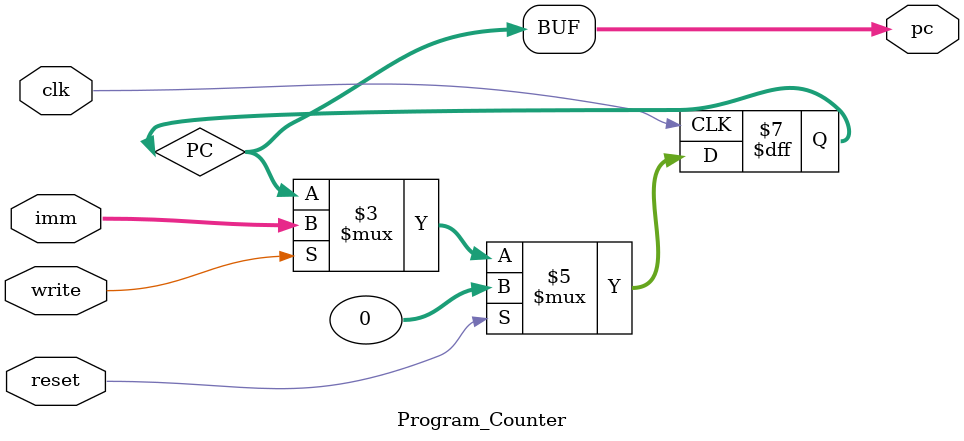
<source format=v>

module Program_Counter(write,imm,clk,pc,reset);
        input [31:0] imm;
        input clk,write,reset;
        reg [31:0] PC;
        output [31:0] pc;
        always @(posedge clk)begin
            if(write==1) PC<=imm;
            if(reset) PC<=0;
        end
        assign pc=PC;
endmodule
</source>
